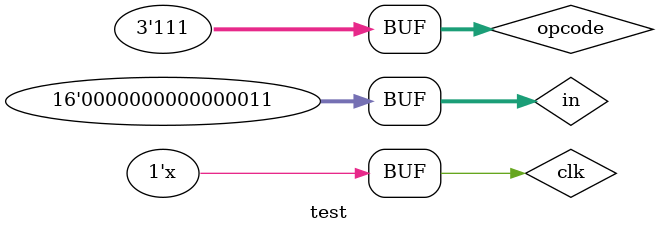
<source format=v>
module test ();
    reg clk;
    parameter mn = 16;
    wire overflow;
    reg [15:0] in;
    reg signed [2:0] opcode;
    wire [15:0] out;
    STACK_BASED_ALU #(.n(mn)) STACK_BASED_ALU_Test(clk, in, opcode, out, overflow);

    always begin
        #5 clk = ~clk;
    end
    
    initial begin
        clk = 0;
        opcode <= 3; in <= 5;
        #10 opcode <= 2; in <= 5;
        #10 opcode <= -2; in <= 3;
        #10 opcode <= -2; in <= 5;
        #10 opcode <= -4; in <= 3;
        #10 opcode <= -3; in <= 3;
        #10 opcode <= -1; in <= 3;
        #10 opcode <= -2; in <= 1;
        #10 opcode <= -2; in <= 2;
        #10 opcode <= -2; in <= 3;
        #10 opcode <= -2; in <= 4;
        #10 opcode <= -2; in <= 5;
        #10 opcode <= -4; in <= 3;
        #10 opcode <= -3; in <= 3;
        #10 opcode <= -1; in <= 3;
        #10 opcode <= -1; in <= 3;
        #10 opcode <= -1; in <= 3;
        #10 opcode <= -1; in <= 3;
        #10 opcode <= -1; in <= 3;
        #10 opcode <= -1; in <= 3;
        #10 opcode <= -1; in <= 3;
        #10 opcode <= -2; in <= 40;
        #10 opcode <= -2; in <= 30;
        #10 opcode <= -4; in <= 3;
        #10 opcode <= -3; in <= 3;
        #10 opcode <= -1; in <= 3;
        #10 opcode <= -2; in <= 300;
        #10 opcode <= -2; in <= 500;
        #10 opcode <= -4; in <= 3;
        #10 opcode <= -3; in <= 3;
        #10 opcode <= -1; in <= 3;
        #10 opcode <= -1; in <= 3;
    end

    initial begin
        $monitor("output: %d, overflow: %b", out, overflow);
    end
endmodule



</source>
